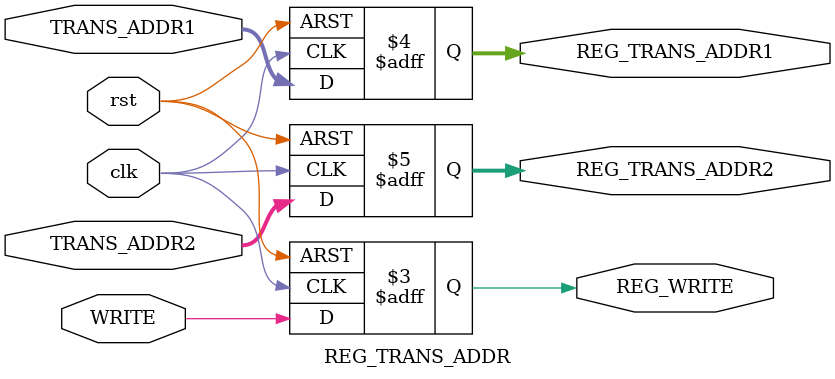
<source format=v>
module REG_TRANS_ADDR(clk,rst,TRANS_ADDR1,TRANS_ADDR2,WRITE,REG_TRANS_ADDR1,REG_TRANS_ADDR2,REG_WRITE);
input clk,rst,WRITE;
input [9:0] TRANS_ADDR1,TRANS_ADDR2;
output reg REG_WRITE;
output reg [9:0] REG_TRANS_ADDR1,REG_TRANS_ADDR2;

always @ (posedge clk or negedge rst)
	begin
		if (!rst )
			begin 
				REG_TRANS_ADDR1<=0; REG_TRANS_ADDR2<=0; REG_WRITE<=0;
			end
		else  
			begin
				REG_TRANS_ADDR1<=TRANS_ADDR1; REG_TRANS_ADDR2<=TRANS_ADDR2; REG_WRITE<=WRITE;
			end
	end

endmodule


</source>
